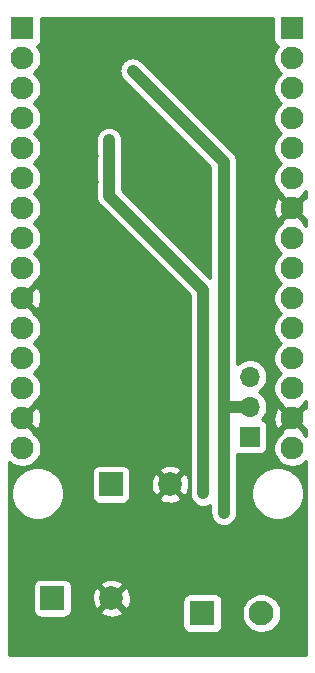
<source format=gbl>
G04 #@! TF.GenerationSoftware,KiCad,Pcbnew,5.1.5+dfsg1-2build2*
G04 #@! TF.CreationDate,2022-12-06T01:13:10+01:00*
G04 #@! TF.ProjectId,MBus_to_radio,4d427573-5f74-46f5-9f72-6164696f2e6b,rev?*
G04 #@! TF.SameCoordinates,Original*
G04 #@! TF.FileFunction,Copper,L2,Bot*
G04 #@! TF.FilePolarity,Positive*
%FSLAX46Y46*%
G04 Gerber Fmt 4.6, Leading zero omitted, Abs format (unit mm)*
G04 Created by KiCad (PCBNEW 5.1.5+dfsg1-2build2) date 2022-12-06 01:13:10*
%MOMM*%
%LPD*%
G04 APERTURE LIST*
%ADD10O,1.700000X1.700000*%
%ADD11R,1.700000X1.700000*%
%ADD12C,2.000000*%
%ADD13R,2.000000X2.000000*%
%ADD14C,2.100000*%
%ADD15R,2.100000X2.100000*%
%ADD16C,1.930000*%
%ADD17R,1.930000X1.930000*%
%ADD18C,0.800000*%
%ADD19C,1.000000*%
%ADD20C,0.254000*%
G04 APERTURE END LIST*
D10*
X117050000Y-91735000D03*
X117050000Y-94275000D03*
D11*
X117050000Y-96815000D03*
D12*
X110295700Y-100850700D03*
D13*
X105295700Y-100850700D03*
D14*
X118030000Y-111760000D03*
D15*
X113030000Y-111760000D03*
D12*
X105330000Y-110490000D03*
D13*
X100330000Y-110490000D03*
D16*
X120650000Y-97790000D03*
X120650000Y-95250000D03*
X120650000Y-92710000D03*
X120650000Y-90170000D03*
X120650000Y-87630000D03*
X120650000Y-85090000D03*
X120650000Y-82550000D03*
X120650000Y-80010000D03*
X120650000Y-77470000D03*
X120650000Y-74930000D03*
X120650000Y-72390000D03*
X120650000Y-69850000D03*
X120650000Y-67310000D03*
X120650000Y-64770000D03*
D17*
X120650000Y-62230000D03*
D16*
X97790000Y-97790000D03*
X97790000Y-95250000D03*
X97790000Y-92710000D03*
X97790000Y-90170000D03*
X97790000Y-87630000D03*
X97790000Y-85090000D03*
X97790000Y-82550000D03*
X97790000Y-80010000D03*
X97790000Y-77470000D03*
X97790000Y-74930000D03*
X97790000Y-72390000D03*
X97790000Y-69850000D03*
X97790000Y-67310000D03*
X97790000Y-64770000D03*
D17*
X97790000Y-62230000D03*
D18*
X106975000Y-71950000D03*
X101968300Y-101625400D03*
X119150000Y-105475000D03*
X106600000Y-73575000D03*
X111226600Y-97891600D03*
X111506000Y-92735400D03*
X111188500Y-96494600D03*
X102489000Y-99898200D03*
X102857300Y-92748100D03*
X101257100Y-92837000D03*
X110566200Y-88074500D03*
X111569500Y-89789000D03*
X112179100Y-79070200D03*
X116400000Y-82275000D03*
X116325000Y-80025000D03*
X116675000Y-78000000D03*
X118550000Y-77975000D03*
X100291900Y-62000000D03*
X103492300Y-62000000D03*
X106641900Y-62000000D03*
X109461300Y-62000000D03*
X112382300Y-62000000D03*
X115379500Y-62000000D03*
X118059200Y-62000000D03*
X108600000Y-82000000D03*
X106875000Y-80475000D03*
X116425000Y-86525000D03*
X117650000Y-88250000D03*
X105400000Y-78750000D03*
X109950000Y-83800000D03*
X109875000Y-85825000D03*
X116275000Y-84250000D03*
X107975000Y-77200000D03*
X106600000Y-75625000D03*
X117600000Y-99025000D03*
X109900000Y-78600000D03*
X110045500Y-73837800D03*
X111275000Y-72150000D03*
X114500000Y-71275000D03*
X118922800Y-73863200D03*
X116700000Y-71400000D03*
X101650800Y-89293700D03*
X101549200Y-87477600D03*
X105918000Y-85509100D03*
X107975000Y-85350000D03*
X103276400Y-85217000D03*
X101688900Y-91325700D03*
X105600500Y-94945200D03*
X107700000Y-105950000D03*
X105740200Y-103606600D03*
X109800000Y-76125000D03*
X108250000Y-71050000D03*
X109600000Y-70325000D03*
X117750000Y-68550000D03*
X114050000Y-67675000D03*
X114275000Y-63950000D03*
X117850000Y-63125000D03*
X115950000Y-68125000D03*
X115975000Y-63550000D03*
X104375000Y-77575000D03*
X103875000Y-75250000D03*
X103850000Y-73075000D03*
X110825000Y-106175000D03*
X118975000Y-91425000D03*
X107137500Y-65837500D03*
X114850000Y-103250000D03*
X105125000Y-71725000D03*
X113100000Y-101625000D03*
D19*
X117050000Y-94275000D02*
X114850000Y-94275000D01*
X114850000Y-103250000D02*
X114850000Y-94275000D01*
X114850000Y-73550000D02*
X107137500Y-65837500D01*
X114850000Y-94275000D02*
X114850000Y-73550000D01*
X113098399Y-96776497D02*
X113098399Y-88951601D01*
X113100000Y-96778098D02*
X113098399Y-96776497D01*
X113098399Y-88951601D02*
X113100000Y-88950000D01*
X113100000Y-88950000D02*
X113100000Y-84375000D01*
X113100000Y-84375000D02*
X105125000Y-76400000D01*
X105125000Y-76400000D02*
X105125000Y-71725000D01*
X105125000Y-71725000D02*
X105125000Y-71725000D01*
X113100000Y-96778098D02*
X113100000Y-101625000D01*
D20*
G36*
X119046928Y-63195000D02*
G01*
X119059188Y-63319482D01*
X119095498Y-63439180D01*
X119154463Y-63549494D01*
X119233815Y-63646185D01*
X119330506Y-63725537D01*
X119399089Y-63762196D01*
X119232098Y-64012116D01*
X119111487Y-64303297D01*
X119050000Y-64612414D01*
X119050000Y-64927586D01*
X119111487Y-65236703D01*
X119232098Y-65527884D01*
X119407199Y-65789941D01*
X119630059Y-66012801D01*
X119670765Y-66040000D01*
X119630059Y-66067199D01*
X119407199Y-66290059D01*
X119232098Y-66552116D01*
X119111487Y-66843297D01*
X119050000Y-67152414D01*
X119050000Y-67467586D01*
X119111487Y-67776703D01*
X119232098Y-68067884D01*
X119407199Y-68329941D01*
X119630059Y-68552801D01*
X119670765Y-68580000D01*
X119630059Y-68607199D01*
X119407199Y-68830059D01*
X119232098Y-69092116D01*
X119111487Y-69383297D01*
X119050000Y-69692414D01*
X119050000Y-70007586D01*
X119111487Y-70316703D01*
X119232098Y-70607884D01*
X119407199Y-70869941D01*
X119630059Y-71092801D01*
X119670765Y-71120000D01*
X119630059Y-71147199D01*
X119407199Y-71370059D01*
X119232098Y-71632116D01*
X119111487Y-71923297D01*
X119050000Y-72232414D01*
X119050000Y-72547586D01*
X119111487Y-72856703D01*
X119232098Y-73147884D01*
X119407199Y-73409941D01*
X119630059Y-73632801D01*
X119670765Y-73660000D01*
X119630059Y-73687199D01*
X119407199Y-73910059D01*
X119232098Y-74172116D01*
X119111487Y-74463297D01*
X119050000Y-74772414D01*
X119050000Y-75087586D01*
X119111487Y-75396703D01*
X119232098Y-75687884D01*
X119407199Y-75949941D01*
X119630059Y-76172801D01*
X119755319Y-76256497D01*
X119719153Y-76359548D01*
X120650000Y-77290395D01*
X121580847Y-76359548D01*
X121544681Y-76256497D01*
X121669941Y-76172801D01*
X121840001Y-76002741D01*
X121840001Y-76567071D01*
X121760452Y-76539153D01*
X120829605Y-77470000D01*
X121760452Y-78400847D01*
X121840001Y-78372929D01*
X121840001Y-78937259D01*
X121669941Y-78767199D01*
X121544681Y-78683503D01*
X121580847Y-78580452D01*
X120650000Y-77649605D01*
X119719153Y-78580452D01*
X119755319Y-78683503D01*
X119630059Y-78767199D01*
X119407199Y-78990059D01*
X119232098Y-79252116D01*
X119111487Y-79543297D01*
X119050000Y-79852414D01*
X119050000Y-80167586D01*
X119111487Y-80476703D01*
X119232098Y-80767884D01*
X119407199Y-81029941D01*
X119630059Y-81252801D01*
X119670765Y-81280000D01*
X119630059Y-81307199D01*
X119407199Y-81530059D01*
X119232098Y-81792116D01*
X119111487Y-82083297D01*
X119050000Y-82392414D01*
X119050000Y-82707586D01*
X119111487Y-83016703D01*
X119232098Y-83307884D01*
X119407199Y-83569941D01*
X119630059Y-83792801D01*
X119670765Y-83820000D01*
X119630059Y-83847199D01*
X119407199Y-84070059D01*
X119232098Y-84332116D01*
X119111487Y-84623297D01*
X119050000Y-84932414D01*
X119050000Y-85247586D01*
X119111487Y-85556703D01*
X119232098Y-85847884D01*
X119407199Y-86109941D01*
X119630059Y-86332801D01*
X119670765Y-86360000D01*
X119630059Y-86387199D01*
X119407199Y-86610059D01*
X119232098Y-86872116D01*
X119111487Y-87163297D01*
X119050000Y-87472414D01*
X119050000Y-87787586D01*
X119111487Y-88096703D01*
X119232098Y-88387884D01*
X119407199Y-88649941D01*
X119630059Y-88872801D01*
X119670765Y-88900000D01*
X119630059Y-88927199D01*
X119407199Y-89150059D01*
X119232098Y-89412116D01*
X119111487Y-89703297D01*
X119050000Y-90012414D01*
X119050000Y-90327586D01*
X119111487Y-90636703D01*
X119232098Y-90927884D01*
X119407199Y-91189941D01*
X119630059Y-91412801D01*
X119670765Y-91440000D01*
X119630059Y-91467199D01*
X119407199Y-91690059D01*
X119232098Y-91952116D01*
X119111487Y-92243297D01*
X119050000Y-92552414D01*
X119050000Y-92867586D01*
X119111487Y-93176703D01*
X119232098Y-93467884D01*
X119407199Y-93729941D01*
X119630059Y-93952801D01*
X119755319Y-94036497D01*
X119719153Y-94139548D01*
X120650000Y-95070395D01*
X121580847Y-94139548D01*
X121544681Y-94036497D01*
X121669941Y-93952801D01*
X121840000Y-93782742D01*
X121840000Y-94347071D01*
X121760452Y-94319153D01*
X120829605Y-95250000D01*
X121760452Y-96180847D01*
X121840000Y-96152929D01*
X121840000Y-96717258D01*
X121669941Y-96547199D01*
X121544681Y-96463503D01*
X121580847Y-96360452D01*
X120650000Y-95429605D01*
X119719153Y-96360452D01*
X119755319Y-96463503D01*
X119630059Y-96547199D01*
X119407199Y-96770059D01*
X119232098Y-97032116D01*
X119111487Y-97323297D01*
X119050000Y-97632414D01*
X119050000Y-97947586D01*
X119111487Y-98256703D01*
X119232098Y-98547884D01*
X119407199Y-98809941D01*
X119630059Y-99032801D01*
X119892116Y-99207902D01*
X120183297Y-99328513D01*
X120492414Y-99390000D01*
X120807586Y-99390000D01*
X121116703Y-99328513D01*
X121407884Y-99207902D01*
X121669941Y-99032801D01*
X121840000Y-98862742D01*
X121840000Y-115340000D01*
X96660000Y-115340000D01*
X96660000Y-109490000D01*
X98691928Y-109490000D01*
X98691928Y-111490000D01*
X98704188Y-111614482D01*
X98740498Y-111734180D01*
X98799463Y-111844494D01*
X98878815Y-111941185D01*
X98975506Y-112020537D01*
X99085820Y-112079502D01*
X99205518Y-112115812D01*
X99330000Y-112128072D01*
X101330000Y-112128072D01*
X101454482Y-112115812D01*
X101574180Y-112079502D01*
X101684494Y-112020537D01*
X101781185Y-111941185D01*
X101860537Y-111844494D01*
X101919502Y-111734180D01*
X101952496Y-111625413D01*
X104374192Y-111625413D01*
X104469956Y-111889814D01*
X104759571Y-112030704D01*
X105071108Y-112112384D01*
X105392595Y-112131718D01*
X105711675Y-112087961D01*
X106016088Y-111982795D01*
X106190044Y-111889814D01*
X106285808Y-111625413D01*
X105330000Y-110669605D01*
X104374192Y-111625413D01*
X101952496Y-111625413D01*
X101955812Y-111614482D01*
X101968072Y-111490000D01*
X101968072Y-110552595D01*
X103688282Y-110552595D01*
X103732039Y-110871675D01*
X103837205Y-111176088D01*
X103930186Y-111350044D01*
X104194587Y-111445808D01*
X105150395Y-110490000D01*
X105509605Y-110490000D01*
X106465413Y-111445808D01*
X106729814Y-111350044D01*
X106870704Y-111060429D01*
X106952384Y-110748892D01*
X106954722Y-110710000D01*
X111341928Y-110710000D01*
X111341928Y-112810000D01*
X111354188Y-112934482D01*
X111390498Y-113054180D01*
X111449463Y-113164494D01*
X111528815Y-113261185D01*
X111625506Y-113340537D01*
X111735820Y-113399502D01*
X111855518Y-113435812D01*
X111980000Y-113448072D01*
X114080000Y-113448072D01*
X114204482Y-113435812D01*
X114324180Y-113399502D01*
X114434494Y-113340537D01*
X114531185Y-113261185D01*
X114610537Y-113164494D01*
X114669502Y-113054180D01*
X114705812Y-112934482D01*
X114718072Y-112810000D01*
X114718072Y-111594042D01*
X116345000Y-111594042D01*
X116345000Y-111925958D01*
X116409754Y-112251496D01*
X116536772Y-112558147D01*
X116721175Y-112834125D01*
X116955875Y-113068825D01*
X117231853Y-113253228D01*
X117538504Y-113380246D01*
X117864042Y-113445000D01*
X118195958Y-113445000D01*
X118521496Y-113380246D01*
X118828147Y-113253228D01*
X119104125Y-113068825D01*
X119338825Y-112834125D01*
X119523228Y-112558147D01*
X119650246Y-112251496D01*
X119715000Y-111925958D01*
X119715000Y-111594042D01*
X119650246Y-111268504D01*
X119523228Y-110961853D01*
X119338825Y-110685875D01*
X119104125Y-110451175D01*
X118828147Y-110266772D01*
X118521496Y-110139754D01*
X118195958Y-110075000D01*
X117864042Y-110075000D01*
X117538504Y-110139754D01*
X117231853Y-110266772D01*
X116955875Y-110451175D01*
X116721175Y-110685875D01*
X116536772Y-110961853D01*
X116409754Y-111268504D01*
X116345000Y-111594042D01*
X114718072Y-111594042D01*
X114718072Y-110710000D01*
X114705812Y-110585518D01*
X114669502Y-110465820D01*
X114610537Y-110355506D01*
X114531185Y-110258815D01*
X114434494Y-110179463D01*
X114324180Y-110120498D01*
X114204482Y-110084188D01*
X114080000Y-110071928D01*
X111980000Y-110071928D01*
X111855518Y-110084188D01*
X111735820Y-110120498D01*
X111625506Y-110179463D01*
X111528815Y-110258815D01*
X111449463Y-110355506D01*
X111390498Y-110465820D01*
X111354188Y-110585518D01*
X111341928Y-110710000D01*
X106954722Y-110710000D01*
X106971718Y-110427405D01*
X106927961Y-110108325D01*
X106822795Y-109803912D01*
X106729814Y-109629956D01*
X106465413Y-109534192D01*
X105509605Y-110490000D01*
X105150395Y-110490000D01*
X104194587Y-109534192D01*
X103930186Y-109629956D01*
X103789296Y-109919571D01*
X103707616Y-110231108D01*
X103688282Y-110552595D01*
X101968072Y-110552595D01*
X101968072Y-109490000D01*
X101955812Y-109365518D01*
X101952497Y-109354587D01*
X104374192Y-109354587D01*
X105330000Y-110310395D01*
X106285808Y-109354587D01*
X106190044Y-109090186D01*
X105900429Y-108949296D01*
X105588892Y-108867616D01*
X105267405Y-108848282D01*
X104948325Y-108892039D01*
X104643912Y-108997205D01*
X104469956Y-109090186D01*
X104374192Y-109354587D01*
X101952497Y-109354587D01*
X101919502Y-109245820D01*
X101860537Y-109135506D01*
X101781185Y-109038815D01*
X101684494Y-108959463D01*
X101574180Y-108900498D01*
X101454482Y-108864188D01*
X101330000Y-108851928D01*
X99330000Y-108851928D01*
X99205518Y-108864188D01*
X99085820Y-108900498D01*
X98975506Y-108959463D01*
X98878815Y-109038815D01*
X98799463Y-109135506D01*
X98740498Y-109245820D01*
X98704188Y-109365518D01*
X98691928Y-109490000D01*
X96660000Y-109490000D01*
X96660000Y-101379872D01*
X96825000Y-101379872D01*
X96825000Y-101820128D01*
X96910890Y-102251925D01*
X97079369Y-102658669D01*
X97323962Y-103024729D01*
X97635271Y-103336038D01*
X98001331Y-103580631D01*
X98408075Y-103749110D01*
X98839872Y-103835000D01*
X99280128Y-103835000D01*
X99711925Y-103749110D01*
X100118669Y-103580631D01*
X100484729Y-103336038D01*
X100796038Y-103024729D01*
X101040631Y-102658669D01*
X101209110Y-102251925D01*
X101295000Y-101820128D01*
X101295000Y-101379872D01*
X101209110Y-100948075D01*
X101040631Y-100541331D01*
X100796038Y-100175271D01*
X100484729Y-99863962D01*
X100464881Y-99850700D01*
X103657628Y-99850700D01*
X103657628Y-101850700D01*
X103669888Y-101975182D01*
X103706198Y-102094880D01*
X103765163Y-102205194D01*
X103844515Y-102301885D01*
X103941206Y-102381237D01*
X104051520Y-102440202D01*
X104171218Y-102476512D01*
X104295700Y-102488772D01*
X106295700Y-102488772D01*
X106420182Y-102476512D01*
X106539880Y-102440202D01*
X106650194Y-102381237D01*
X106746885Y-102301885D01*
X106826237Y-102205194D01*
X106885202Y-102094880D01*
X106918196Y-101986113D01*
X109339892Y-101986113D01*
X109435656Y-102250514D01*
X109725271Y-102391404D01*
X110036808Y-102473084D01*
X110358295Y-102492418D01*
X110677375Y-102448661D01*
X110981788Y-102343495D01*
X111155744Y-102250514D01*
X111251508Y-101986113D01*
X110295700Y-101030305D01*
X109339892Y-101986113D01*
X106918196Y-101986113D01*
X106921512Y-101975182D01*
X106933772Y-101850700D01*
X106933772Y-100913295D01*
X108653982Y-100913295D01*
X108697739Y-101232375D01*
X108802905Y-101536788D01*
X108895886Y-101710744D01*
X109160287Y-101806508D01*
X110116095Y-100850700D01*
X110475305Y-100850700D01*
X111431113Y-101806508D01*
X111695514Y-101710744D01*
X111836404Y-101421129D01*
X111918084Y-101109592D01*
X111937418Y-100788105D01*
X111893661Y-100469025D01*
X111788495Y-100164612D01*
X111695514Y-99990656D01*
X111431113Y-99894892D01*
X110475305Y-100850700D01*
X110116095Y-100850700D01*
X109160287Y-99894892D01*
X108895886Y-99990656D01*
X108754996Y-100280271D01*
X108673316Y-100591808D01*
X108653982Y-100913295D01*
X106933772Y-100913295D01*
X106933772Y-99850700D01*
X106921512Y-99726218D01*
X106918197Y-99715287D01*
X109339892Y-99715287D01*
X110295700Y-100671095D01*
X111251508Y-99715287D01*
X111155744Y-99450886D01*
X110866129Y-99309996D01*
X110554592Y-99228316D01*
X110233105Y-99208982D01*
X109914025Y-99252739D01*
X109609612Y-99357905D01*
X109435656Y-99450886D01*
X109339892Y-99715287D01*
X106918197Y-99715287D01*
X106885202Y-99606520D01*
X106826237Y-99496206D01*
X106746885Y-99399515D01*
X106650194Y-99320163D01*
X106539880Y-99261198D01*
X106420182Y-99224888D01*
X106295700Y-99212628D01*
X104295700Y-99212628D01*
X104171218Y-99224888D01*
X104051520Y-99261198D01*
X103941206Y-99320163D01*
X103844515Y-99399515D01*
X103765163Y-99496206D01*
X103706198Y-99606520D01*
X103669888Y-99726218D01*
X103657628Y-99850700D01*
X100464881Y-99850700D01*
X100118669Y-99619369D01*
X99711925Y-99450890D01*
X99280128Y-99365000D01*
X98839872Y-99365000D01*
X98408075Y-99450890D01*
X98001331Y-99619369D01*
X97635271Y-99863962D01*
X97323962Y-100175271D01*
X97079369Y-100541331D01*
X96910890Y-100948075D01*
X96825000Y-101379872D01*
X96660000Y-101379872D01*
X96660000Y-98922742D01*
X96770059Y-99032801D01*
X97032116Y-99207902D01*
X97323297Y-99328513D01*
X97632414Y-99390000D01*
X97947586Y-99390000D01*
X98256703Y-99328513D01*
X98547884Y-99207902D01*
X98809941Y-99032801D01*
X99032801Y-98809941D01*
X99207902Y-98547884D01*
X99328513Y-98256703D01*
X99390000Y-97947586D01*
X99390000Y-97632414D01*
X99328513Y-97323297D01*
X99207902Y-97032116D01*
X99032801Y-96770059D01*
X98809941Y-96547199D01*
X98684681Y-96463503D01*
X98720847Y-96360452D01*
X97790000Y-95429605D01*
X97775858Y-95443748D01*
X97596253Y-95264143D01*
X97610395Y-95250000D01*
X97969605Y-95250000D01*
X98900452Y-96180847D01*
X99161275Y-96089309D01*
X99298668Y-95805659D01*
X99378083Y-95500656D01*
X99396470Y-95186020D01*
X99353120Y-94873843D01*
X99249700Y-94576121D01*
X99161275Y-94410691D01*
X98900452Y-94319153D01*
X97969605Y-95250000D01*
X97610395Y-95250000D01*
X97596253Y-95235858D01*
X97775858Y-95056253D01*
X97790000Y-95070395D01*
X98720847Y-94139548D01*
X98684681Y-94036497D01*
X98809941Y-93952801D01*
X99032801Y-93729941D01*
X99207902Y-93467884D01*
X99328513Y-93176703D01*
X99390000Y-92867586D01*
X99390000Y-92552414D01*
X99328513Y-92243297D01*
X99207902Y-91952116D01*
X99032801Y-91690059D01*
X98809941Y-91467199D01*
X98769235Y-91440000D01*
X98809941Y-91412801D01*
X99032801Y-91189941D01*
X99207902Y-90927884D01*
X99328513Y-90636703D01*
X99390000Y-90327586D01*
X99390000Y-90012414D01*
X99328513Y-89703297D01*
X99207902Y-89412116D01*
X99032801Y-89150059D01*
X98809941Y-88927199D01*
X98769235Y-88900000D01*
X98809941Y-88872801D01*
X99032801Y-88649941D01*
X99207902Y-88387884D01*
X99328513Y-88096703D01*
X99390000Y-87787586D01*
X99390000Y-87472414D01*
X99328513Y-87163297D01*
X99207902Y-86872116D01*
X99032801Y-86610059D01*
X98809941Y-86387199D01*
X98684681Y-86303503D01*
X98720847Y-86200452D01*
X97790000Y-85269605D01*
X97775858Y-85283748D01*
X97596253Y-85104143D01*
X97610395Y-85090000D01*
X97969605Y-85090000D01*
X98900452Y-86020847D01*
X99161275Y-85929309D01*
X99298668Y-85645659D01*
X99378083Y-85340656D01*
X99396470Y-85026020D01*
X99353120Y-84713843D01*
X99249700Y-84416121D01*
X99161275Y-84250691D01*
X98900452Y-84159153D01*
X97969605Y-85090000D01*
X97610395Y-85090000D01*
X97596253Y-85075858D01*
X97775858Y-84896253D01*
X97790000Y-84910395D01*
X98720847Y-83979548D01*
X98684681Y-83876497D01*
X98809941Y-83792801D01*
X99032801Y-83569941D01*
X99207902Y-83307884D01*
X99328513Y-83016703D01*
X99390000Y-82707586D01*
X99390000Y-82392414D01*
X99328513Y-82083297D01*
X99207902Y-81792116D01*
X99032801Y-81530059D01*
X98809941Y-81307199D01*
X98769235Y-81280000D01*
X98809941Y-81252801D01*
X99032801Y-81029941D01*
X99207902Y-80767884D01*
X99328513Y-80476703D01*
X99390000Y-80167586D01*
X99390000Y-79852414D01*
X99328513Y-79543297D01*
X99207902Y-79252116D01*
X99032801Y-78990059D01*
X98809941Y-78767199D01*
X98769235Y-78740000D01*
X98809941Y-78712801D01*
X99032801Y-78489941D01*
X99207902Y-78227884D01*
X99328513Y-77936703D01*
X99390000Y-77627586D01*
X99390000Y-77312414D01*
X99328513Y-77003297D01*
X99207902Y-76712116D01*
X99032801Y-76450059D01*
X98809941Y-76227199D01*
X98769235Y-76200000D01*
X98809941Y-76172801D01*
X99032801Y-75949941D01*
X99207902Y-75687884D01*
X99328513Y-75396703D01*
X99390000Y-75087586D01*
X99390000Y-74772414D01*
X99328513Y-74463297D01*
X99207902Y-74172116D01*
X99032801Y-73910059D01*
X98809941Y-73687199D01*
X98769235Y-73660000D01*
X98809941Y-73632801D01*
X99032801Y-73409941D01*
X99207902Y-73147884D01*
X99328513Y-72856703D01*
X99390000Y-72547586D01*
X99390000Y-72232414D01*
X99328513Y-71923297D01*
X99246376Y-71725000D01*
X103984509Y-71725000D01*
X103990001Y-71780762D01*
X103990000Y-76344248D01*
X103984509Y-76400000D01*
X103990000Y-76455751D01*
X104006423Y-76622498D01*
X104071324Y-76836446D01*
X104176716Y-77033623D01*
X104318551Y-77206449D01*
X104361865Y-77241996D01*
X111965001Y-84845133D01*
X111965000Y-88879594D01*
X111957908Y-88951601D01*
X111963400Y-89007362D01*
X111963399Y-96720745D01*
X111957908Y-96776497D01*
X111963399Y-96832248D01*
X111965000Y-96848504D01*
X111965001Y-101680752D01*
X111981424Y-101847499D01*
X112046325Y-102061447D01*
X112151717Y-102258623D01*
X112293552Y-102431449D01*
X112466378Y-102573284D01*
X112663554Y-102678676D01*
X112877502Y-102743577D01*
X113100000Y-102765491D01*
X113322499Y-102743577D01*
X113536447Y-102678676D01*
X113715000Y-102583238D01*
X113715000Y-103305751D01*
X113731423Y-103472498D01*
X113796324Y-103686446D01*
X113901716Y-103883623D01*
X114043551Y-104056449D01*
X114216377Y-104198284D01*
X114413553Y-104303676D01*
X114627501Y-104368577D01*
X114850000Y-104390491D01*
X115072498Y-104368577D01*
X115286446Y-104303676D01*
X115483623Y-104198284D01*
X115656449Y-104056449D01*
X115798284Y-103883623D01*
X115903676Y-103686447D01*
X115968577Y-103472499D01*
X115985000Y-103305752D01*
X115985000Y-101379872D01*
X117145000Y-101379872D01*
X117145000Y-101820128D01*
X117230890Y-102251925D01*
X117399369Y-102658669D01*
X117643962Y-103024729D01*
X117955271Y-103336038D01*
X118321331Y-103580631D01*
X118728075Y-103749110D01*
X119159872Y-103835000D01*
X119600128Y-103835000D01*
X120031925Y-103749110D01*
X120438669Y-103580631D01*
X120804729Y-103336038D01*
X121116038Y-103024729D01*
X121360631Y-102658669D01*
X121529110Y-102251925D01*
X121615000Y-101820128D01*
X121615000Y-101379872D01*
X121529110Y-100948075D01*
X121360631Y-100541331D01*
X121116038Y-100175271D01*
X120804729Y-99863962D01*
X120438669Y-99619369D01*
X120031925Y-99450890D01*
X119600128Y-99365000D01*
X119159872Y-99365000D01*
X118728075Y-99450890D01*
X118321331Y-99619369D01*
X117955271Y-99863962D01*
X117643962Y-100175271D01*
X117399369Y-100541331D01*
X117230890Y-100948075D01*
X117145000Y-101379872D01*
X115985000Y-101379872D01*
X115985000Y-98263354D01*
X116075518Y-98290812D01*
X116200000Y-98303072D01*
X117900000Y-98303072D01*
X118024482Y-98290812D01*
X118144180Y-98254502D01*
X118254494Y-98195537D01*
X118351185Y-98116185D01*
X118430537Y-98019494D01*
X118489502Y-97909180D01*
X118525812Y-97789482D01*
X118538072Y-97665000D01*
X118538072Y-95965000D01*
X118525812Y-95840518D01*
X118489502Y-95720820D01*
X118430537Y-95610506D01*
X118351185Y-95513815D01*
X118254494Y-95434463D01*
X118144180Y-95375498D01*
X118071620Y-95353487D01*
X118111127Y-95313980D01*
X119043530Y-95313980D01*
X119086880Y-95626157D01*
X119190300Y-95923879D01*
X119278725Y-96089309D01*
X119539548Y-96180847D01*
X120470395Y-95250000D01*
X119539548Y-94319153D01*
X119278725Y-94410691D01*
X119141332Y-94694341D01*
X119061917Y-94999344D01*
X119043530Y-95313980D01*
X118111127Y-95313980D01*
X118203475Y-95221632D01*
X118365990Y-94978411D01*
X118477932Y-94708158D01*
X118535000Y-94421260D01*
X118535000Y-94128740D01*
X118477932Y-93841842D01*
X118365990Y-93571589D01*
X118203475Y-93328368D01*
X117996632Y-93121525D01*
X117822240Y-93005000D01*
X117996632Y-92888475D01*
X118203475Y-92681632D01*
X118365990Y-92438411D01*
X118477932Y-92168158D01*
X118535000Y-91881260D01*
X118535000Y-91588740D01*
X118477932Y-91301842D01*
X118365990Y-91031589D01*
X118203475Y-90788368D01*
X117996632Y-90581525D01*
X117753411Y-90419010D01*
X117483158Y-90307068D01*
X117196260Y-90250000D01*
X116903740Y-90250000D01*
X116616842Y-90307068D01*
X116346589Y-90419010D01*
X116103368Y-90581525D01*
X115985000Y-90699893D01*
X115985000Y-77533980D01*
X119043530Y-77533980D01*
X119086880Y-77846157D01*
X119190300Y-78143879D01*
X119278725Y-78309309D01*
X119539548Y-78400847D01*
X120470395Y-77470000D01*
X119539548Y-76539153D01*
X119278725Y-76630691D01*
X119141332Y-76914341D01*
X119061917Y-77219344D01*
X119043530Y-77533980D01*
X115985000Y-77533980D01*
X115985000Y-73605751D01*
X115990491Y-73549999D01*
X115968577Y-73327501D01*
X115903676Y-73113553D01*
X115798284Y-72916377D01*
X115656449Y-72743551D01*
X115613141Y-72708009D01*
X107900643Y-64995512D01*
X107771122Y-64889217D01*
X107573946Y-64783824D01*
X107359998Y-64718923D01*
X107137500Y-64697009D01*
X106915002Y-64718923D01*
X106701054Y-64783824D01*
X106503878Y-64889217D01*
X106331052Y-65031052D01*
X106189217Y-65203878D01*
X106083824Y-65401054D01*
X106018923Y-65615002D01*
X105997009Y-65837500D01*
X106018923Y-66059998D01*
X106083824Y-66273946D01*
X106189217Y-66471122D01*
X106295512Y-66600643D01*
X113715001Y-74020133D01*
X113715001Y-83384869D01*
X106260000Y-75929869D01*
X106260000Y-71780752D01*
X106265491Y-71725000D01*
X106243577Y-71502501D01*
X106178676Y-71288553D01*
X106073284Y-71091377D01*
X105931449Y-70918551D01*
X105758623Y-70776716D01*
X105561447Y-70671324D01*
X105347499Y-70606423D01*
X105180752Y-70590000D01*
X105125000Y-70584509D01*
X105069249Y-70590000D01*
X105069248Y-70590000D01*
X104902501Y-70606423D01*
X104688553Y-70671324D01*
X104491377Y-70776716D01*
X104318551Y-70918551D01*
X104176716Y-71091377D01*
X104071324Y-71288553D01*
X104006423Y-71502501D01*
X103984509Y-71725000D01*
X99246376Y-71725000D01*
X99207902Y-71632116D01*
X99032801Y-71370059D01*
X98809941Y-71147199D01*
X98769235Y-71120000D01*
X98809941Y-71092801D01*
X99032801Y-70869941D01*
X99207902Y-70607884D01*
X99328513Y-70316703D01*
X99390000Y-70007586D01*
X99390000Y-69692414D01*
X99328513Y-69383297D01*
X99207902Y-69092116D01*
X99032801Y-68830059D01*
X98809941Y-68607199D01*
X98769235Y-68580000D01*
X98809941Y-68552801D01*
X99032801Y-68329941D01*
X99207902Y-68067884D01*
X99328513Y-67776703D01*
X99390000Y-67467586D01*
X99390000Y-67152414D01*
X99328513Y-66843297D01*
X99207902Y-66552116D01*
X99032801Y-66290059D01*
X98809941Y-66067199D01*
X98769235Y-66040000D01*
X98809941Y-66012801D01*
X99032801Y-65789941D01*
X99207902Y-65527884D01*
X99328513Y-65236703D01*
X99390000Y-64927586D01*
X99390000Y-64612414D01*
X99328513Y-64303297D01*
X99207902Y-64012116D01*
X99040911Y-63762196D01*
X99109494Y-63725537D01*
X99206185Y-63646185D01*
X99285537Y-63549494D01*
X99344502Y-63439180D01*
X99380812Y-63319482D01*
X99393072Y-63195000D01*
X99393072Y-61328300D01*
X119046928Y-61328300D01*
X119046928Y-63195000D01*
G37*
X119046928Y-63195000D02*
X119059188Y-63319482D01*
X119095498Y-63439180D01*
X119154463Y-63549494D01*
X119233815Y-63646185D01*
X119330506Y-63725537D01*
X119399089Y-63762196D01*
X119232098Y-64012116D01*
X119111487Y-64303297D01*
X119050000Y-64612414D01*
X119050000Y-64927586D01*
X119111487Y-65236703D01*
X119232098Y-65527884D01*
X119407199Y-65789941D01*
X119630059Y-66012801D01*
X119670765Y-66040000D01*
X119630059Y-66067199D01*
X119407199Y-66290059D01*
X119232098Y-66552116D01*
X119111487Y-66843297D01*
X119050000Y-67152414D01*
X119050000Y-67467586D01*
X119111487Y-67776703D01*
X119232098Y-68067884D01*
X119407199Y-68329941D01*
X119630059Y-68552801D01*
X119670765Y-68580000D01*
X119630059Y-68607199D01*
X119407199Y-68830059D01*
X119232098Y-69092116D01*
X119111487Y-69383297D01*
X119050000Y-69692414D01*
X119050000Y-70007586D01*
X119111487Y-70316703D01*
X119232098Y-70607884D01*
X119407199Y-70869941D01*
X119630059Y-71092801D01*
X119670765Y-71120000D01*
X119630059Y-71147199D01*
X119407199Y-71370059D01*
X119232098Y-71632116D01*
X119111487Y-71923297D01*
X119050000Y-72232414D01*
X119050000Y-72547586D01*
X119111487Y-72856703D01*
X119232098Y-73147884D01*
X119407199Y-73409941D01*
X119630059Y-73632801D01*
X119670765Y-73660000D01*
X119630059Y-73687199D01*
X119407199Y-73910059D01*
X119232098Y-74172116D01*
X119111487Y-74463297D01*
X119050000Y-74772414D01*
X119050000Y-75087586D01*
X119111487Y-75396703D01*
X119232098Y-75687884D01*
X119407199Y-75949941D01*
X119630059Y-76172801D01*
X119755319Y-76256497D01*
X119719153Y-76359548D01*
X120650000Y-77290395D01*
X121580847Y-76359548D01*
X121544681Y-76256497D01*
X121669941Y-76172801D01*
X121840001Y-76002741D01*
X121840001Y-76567071D01*
X121760452Y-76539153D01*
X120829605Y-77470000D01*
X121760452Y-78400847D01*
X121840001Y-78372929D01*
X121840001Y-78937259D01*
X121669941Y-78767199D01*
X121544681Y-78683503D01*
X121580847Y-78580452D01*
X120650000Y-77649605D01*
X119719153Y-78580452D01*
X119755319Y-78683503D01*
X119630059Y-78767199D01*
X119407199Y-78990059D01*
X119232098Y-79252116D01*
X119111487Y-79543297D01*
X119050000Y-79852414D01*
X119050000Y-80167586D01*
X119111487Y-80476703D01*
X119232098Y-80767884D01*
X119407199Y-81029941D01*
X119630059Y-81252801D01*
X119670765Y-81280000D01*
X119630059Y-81307199D01*
X119407199Y-81530059D01*
X119232098Y-81792116D01*
X119111487Y-82083297D01*
X119050000Y-82392414D01*
X119050000Y-82707586D01*
X119111487Y-83016703D01*
X119232098Y-83307884D01*
X119407199Y-83569941D01*
X119630059Y-83792801D01*
X119670765Y-83820000D01*
X119630059Y-83847199D01*
X119407199Y-84070059D01*
X119232098Y-84332116D01*
X119111487Y-84623297D01*
X119050000Y-84932414D01*
X119050000Y-85247586D01*
X119111487Y-85556703D01*
X119232098Y-85847884D01*
X119407199Y-86109941D01*
X119630059Y-86332801D01*
X119670765Y-86360000D01*
X119630059Y-86387199D01*
X119407199Y-86610059D01*
X119232098Y-86872116D01*
X119111487Y-87163297D01*
X119050000Y-87472414D01*
X119050000Y-87787586D01*
X119111487Y-88096703D01*
X119232098Y-88387884D01*
X119407199Y-88649941D01*
X119630059Y-88872801D01*
X119670765Y-88900000D01*
X119630059Y-88927199D01*
X119407199Y-89150059D01*
X119232098Y-89412116D01*
X119111487Y-89703297D01*
X119050000Y-90012414D01*
X119050000Y-90327586D01*
X119111487Y-90636703D01*
X119232098Y-90927884D01*
X119407199Y-91189941D01*
X119630059Y-91412801D01*
X119670765Y-91440000D01*
X119630059Y-91467199D01*
X119407199Y-91690059D01*
X119232098Y-91952116D01*
X119111487Y-92243297D01*
X119050000Y-92552414D01*
X119050000Y-92867586D01*
X119111487Y-93176703D01*
X119232098Y-93467884D01*
X119407199Y-93729941D01*
X119630059Y-93952801D01*
X119755319Y-94036497D01*
X119719153Y-94139548D01*
X120650000Y-95070395D01*
X121580847Y-94139548D01*
X121544681Y-94036497D01*
X121669941Y-93952801D01*
X121840000Y-93782742D01*
X121840000Y-94347071D01*
X121760452Y-94319153D01*
X120829605Y-95250000D01*
X121760452Y-96180847D01*
X121840000Y-96152929D01*
X121840000Y-96717258D01*
X121669941Y-96547199D01*
X121544681Y-96463503D01*
X121580847Y-96360452D01*
X120650000Y-95429605D01*
X119719153Y-96360452D01*
X119755319Y-96463503D01*
X119630059Y-96547199D01*
X119407199Y-96770059D01*
X119232098Y-97032116D01*
X119111487Y-97323297D01*
X119050000Y-97632414D01*
X119050000Y-97947586D01*
X119111487Y-98256703D01*
X119232098Y-98547884D01*
X119407199Y-98809941D01*
X119630059Y-99032801D01*
X119892116Y-99207902D01*
X120183297Y-99328513D01*
X120492414Y-99390000D01*
X120807586Y-99390000D01*
X121116703Y-99328513D01*
X121407884Y-99207902D01*
X121669941Y-99032801D01*
X121840000Y-98862742D01*
X121840000Y-115340000D01*
X96660000Y-115340000D01*
X96660000Y-109490000D01*
X98691928Y-109490000D01*
X98691928Y-111490000D01*
X98704188Y-111614482D01*
X98740498Y-111734180D01*
X98799463Y-111844494D01*
X98878815Y-111941185D01*
X98975506Y-112020537D01*
X99085820Y-112079502D01*
X99205518Y-112115812D01*
X99330000Y-112128072D01*
X101330000Y-112128072D01*
X101454482Y-112115812D01*
X101574180Y-112079502D01*
X101684494Y-112020537D01*
X101781185Y-111941185D01*
X101860537Y-111844494D01*
X101919502Y-111734180D01*
X101952496Y-111625413D01*
X104374192Y-111625413D01*
X104469956Y-111889814D01*
X104759571Y-112030704D01*
X105071108Y-112112384D01*
X105392595Y-112131718D01*
X105711675Y-112087961D01*
X106016088Y-111982795D01*
X106190044Y-111889814D01*
X106285808Y-111625413D01*
X105330000Y-110669605D01*
X104374192Y-111625413D01*
X101952496Y-111625413D01*
X101955812Y-111614482D01*
X101968072Y-111490000D01*
X101968072Y-110552595D01*
X103688282Y-110552595D01*
X103732039Y-110871675D01*
X103837205Y-111176088D01*
X103930186Y-111350044D01*
X104194587Y-111445808D01*
X105150395Y-110490000D01*
X105509605Y-110490000D01*
X106465413Y-111445808D01*
X106729814Y-111350044D01*
X106870704Y-111060429D01*
X106952384Y-110748892D01*
X106954722Y-110710000D01*
X111341928Y-110710000D01*
X111341928Y-112810000D01*
X111354188Y-112934482D01*
X111390498Y-113054180D01*
X111449463Y-113164494D01*
X111528815Y-113261185D01*
X111625506Y-113340537D01*
X111735820Y-113399502D01*
X111855518Y-113435812D01*
X111980000Y-113448072D01*
X114080000Y-113448072D01*
X114204482Y-113435812D01*
X114324180Y-113399502D01*
X114434494Y-113340537D01*
X114531185Y-113261185D01*
X114610537Y-113164494D01*
X114669502Y-113054180D01*
X114705812Y-112934482D01*
X114718072Y-112810000D01*
X114718072Y-111594042D01*
X116345000Y-111594042D01*
X116345000Y-111925958D01*
X116409754Y-112251496D01*
X116536772Y-112558147D01*
X116721175Y-112834125D01*
X116955875Y-113068825D01*
X117231853Y-113253228D01*
X117538504Y-113380246D01*
X117864042Y-113445000D01*
X118195958Y-113445000D01*
X118521496Y-113380246D01*
X118828147Y-113253228D01*
X119104125Y-113068825D01*
X119338825Y-112834125D01*
X119523228Y-112558147D01*
X119650246Y-112251496D01*
X119715000Y-111925958D01*
X119715000Y-111594042D01*
X119650246Y-111268504D01*
X119523228Y-110961853D01*
X119338825Y-110685875D01*
X119104125Y-110451175D01*
X118828147Y-110266772D01*
X118521496Y-110139754D01*
X118195958Y-110075000D01*
X117864042Y-110075000D01*
X117538504Y-110139754D01*
X117231853Y-110266772D01*
X116955875Y-110451175D01*
X116721175Y-110685875D01*
X116536772Y-110961853D01*
X116409754Y-111268504D01*
X116345000Y-111594042D01*
X114718072Y-111594042D01*
X114718072Y-110710000D01*
X114705812Y-110585518D01*
X114669502Y-110465820D01*
X114610537Y-110355506D01*
X114531185Y-110258815D01*
X114434494Y-110179463D01*
X114324180Y-110120498D01*
X114204482Y-110084188D01*
X114080000Y-110071928D01*
X111980000Y-110071928D01*
X111855518Y-110084188D01*
X111735820Y-110120498D01*
X111625506Y-110179463D01*
X111528815Y-110258815D01*
X111449463Y-110355506D01*
X111390498Y-110465820D01*
X111354188Y-110585518D01*
X111341928Y-110710000D01*
X106954722Y-110710000D01*
X106971718Y-110427405D01*
X106927961Y-110108325D01*
X106822795Y-109803912D01*
X106729814Y-109629956D01*
X106465413Y-109534192D01*
X105509605Y-110490000D01*
X105150395Y-110490000D01*
X104194587Y-109534192D01*
X103930186Y-109629956D01*
X103789296Y-109919571D01*
X103707616Y-110231108D01*
X103688282Y-110552595D01*
X101968072Y-110552595D01*
X101968072Y-109490000D01*
X101955812Y-109365518D01*
X101952497Y-109354587D01*
X104374192Y-109354587D01*
X105330000Y-110310395D01*
X106285808Y-109354587D01*
X106190044Y-109090186D01*
X105900429Y-108949296D01*
X105588892Y-108867616D01*
X105267405Y-108848282D01*
X104948325Y-108892039D01*
X104643912Y-108997205D01*
X104469956Y-109090186D01*
X104374192Y-109354587D01*
X101952497Y-109354587D01*
X101919502Y-109245820D01*
X101860537Y-109135506D01*
X101781185Y-109038815D01*
X101684494Y-108959463D01*
X101574180Y-108900498D01*
X101454482Y-108864188D01*
X101330000Y-108851928D01*
X99330000Y-108851928D01*
X99205518Y-108864188D01*
X99085820Y-108900498D01*
X98975506Y-108959463D01*
X98878815Y-109038815D01*
X98799463Y-109135506D01*
X98740498Y-109245820D01*
X98704188Y-109365518D01*
X98691928Y-109490000D01*
X96660000Y-109490000D01*
X96660000Y-101379872D01*
X96825000Y-101379872D01*
X96825000Y-101820128D01*
X96910890Y-102251925D01*
X97079369Y-102658669D01*
X97323962Y-103024729D01*
X97635271Y-103336038D01*
X98001331Y-103580631D01*
X98408075Y-103749110D01*
X98839872Y-103835000D01*
X99280128Y-103835000D01*
X99711925Y-103749110D01*
X100118669Y-103580631D01*
X100484729Y-103336038D01*
X100796038Y-103024729D01*
X101040631Y-102658669D01*
X101209110Y-102251925D01*
X101295000Y-101820128D01*
X101295000Y-101379872D01*
X101209110Y-100948075D01*
X101040631Y-100541331D01*
X100796038Y-100175271D01*
X100484729Y-99863962D01*
X100464881Y-99850700D01*
X103657628Y-99850700D01*
X103657628Y-101850700D01*
X103669888Y-101975182D01*
X103706198Y-102094880D01*
X103765163Y-102205194D01*
X103844515Y-102301885D01*
X103941206Y-102381237D01*
X104051520Y-102440202D01*
X104171218Y-102476512D01*
X104295700Y-102488772D01*
X106295700Y-102488772D01*
X106420182Y-102476512D01*
X106539880Y-102440202D01*
X106650194Y-102381237D01*
X106746885Y-102301885D01*
X106826237Y-102205194D01*
X106885202Y-102094880D01*
X106918196Y-101986113D01*
X109339892Y-101986113D01*
X109435656Y-102250514D01*
X109725271Y-102391404D01*
X110036808Y-102473084D01*
X110358295Y-102492418D01*
X110677375Y-102448661D01*
X110981788Y-102343495D01*
X111155744Y-102250514D01*
X111251508Y-101986113D01*
X110295700Y-101030305D01*
X109339892Y-101986113D01*
X106918196Y-101986113D01*
X106921512Y-101975182D01*
X106933772Y-101850700D01*
X106933772Y-100913295D01*
X108653982Y-100913295D01*
X108697739Y-101232375D01*
X108802905Y-101536788D01*
X108895886Y-101710744D01*
X109160287Y-101806508D01*
X110116095Y-100850700D01*
X110475305Y-100850700D01*
X111431113Y-101806508D01*
X111695514Y-101710744D01*
X111836404Y-101421129D01*
X111918084Y-101109592D01*
X111937418Y-100788105D01*
X111893661Y-100469025D01*
X111788495Y-100164612D01*
X111695514Y-99990656D01*
X111431113Y-99894892D01*
X110475305Y-100850700D01*
X110116095Y-100850700D01*
X109160287Y-99894892D01*
X108895886Y-99990656D01*
X108754996Y-100280271D01*
X108673316Y-100591808D01*
X108653982Y-100913295D01*
X106933772Y-100913295D01*
X106933772Y-99850700D01*
X106921512Y-99726218D01*
X106918197Y-99715287D01*
X109339892Y-99715287D01*
X110295700Y-100671095D01*
X111251508Y-99715287D01*
X111155744Y-99450886D01*
X110866129Y-99309996D01*
X110554592Y-99228316D01*
X110233105Y-99208982D01*
X109914025Y-99252739D01*
X109609612Y-99357905D01*
X109435656Y-99450886D01*
X109339892Y-99715287D01*
X106918197Y-99715287D01*
X106885202Y-99606520D01*
X106826237Y-99496206D01*
X106746885Y-99399515D01*
X106650194Y-99320163D01*
X106539880Y-99261198D01*
X106420182Y-99224888D01*
X106295700Y-99212628D01*
X104295700Y-99212628D01*
X104171218Y-99224888D01*
X104051520Y-99261198D01*
X103941206Y-99320163D01*
X103844515Y-99399515D01*
X103765163Y-99496206D01*
X103706198Y-99606520D01*
X103669888Y-99726218D01*
X103657628Y-99850700D01*
X100464881Y-99850700D01*
X100118669Y-99619369D01*
X99711925Y-99450890D01*
X99280128Y-99365000D01*
X98839872Y-99365000D01*
X98408075Y-99450890D01*
X98001331Y-99619369D01*
X97635271Y-99863962D01*
X97323962Y-100175271D01*
X97079369Y-100541331D01*
X96910890Y-100948075D01*
X96825000Y-101379872D01*
X96660000Y-101379872D01*
X96660000Y-98922742D01*
X96770059Y-99032801D01*
X97032116Y-99207902D01*
X97323297Y-99328513D01*
X97632414Y-99390000D01*
X97947586Y-99390000D01*
X98256703Y-99328513D01*
X98547884Y-99207902D01*
X98809941Y-99032801D01*
X99032801Y-98809941D01*
X99207902Y-98547884D01*
X99328513Y-98256703D01*
X99390000Y-97947586D01*
X99390000Y-97632414D01*
X99328513Y-97323297D01*
X99207902Y-97032116D01*
X99032801Y-96770059D01*
X98809941Y-96547199D01*
X98684681Y-96463503D01*
X98720847Y-96360452D01*
X97790000Y-95429605D01*
X97775858Y-95443748D01*
X97596253Y-95264143D01*
X97610395Y-95250000D01*
X97969605Y-95250000D01*
X98900452Y-96180847D01*
X99161275Y-96089309D01*
X99298668Y-95805659D01*
X99378083Y-95500656D01*
X99396470Y-95186020D01*
X99353120Y-94873843D01*
X99249700Y-94576121D01*
X99161275Y-94410691D01*
X98900452Y-94319153D01*
X97969605Y-95250000D01*
X97610395Y-95250000D01*
X97596253Y-95235858D01*
X97775858Y-95056253D01*
X97790000Y-95070395D01*
X98720847Y-94139548D01*
X98684681Y-94036497D01*
X98809941Y-93952801D01*
X99032801Y-93729941D01*
X99207902Y-93467884D01*
X99328513Y-93176703D01*
X99390000Y-92867586D01*
X99390000Y-92552414D01*
X99328513Y-92243297D01*
X99207902Y-91952116D01*
X99032801Y-91690059D01*
X98809941Y-91467199D01*
X98769235Y-91440000D01*
X98809941Y-91412801D01*
X99032801Y-91189941D01*
X99207902Y-90927884D01*
X99328513Y-90636703D01*
X99390000Y-90327586D01*
X99390000Y-90012414D01*
X99328513Y-89703297D01*
X99207902Y-89412116D01*
X99032801Y-89150059D01*
X98809941Y-88927199D01*
X98769235Y-88900000D01*
X98809941Y-88872801D01*
X99032801Y-88649941D01*
X99207902Y-88387884D01*
X99328513Y-88096703D01*
X99390000Y-87787586D01*
X99390000Y-87472414D01*
X99328513Y-87163297D01*
X99207902Y-86872116D01*
X99032801Y-86610059D01*
X98809941Y-86387199D01*
X98684681Y-86303503D01*
X98720847Y-86200452D01*
X97790000Y-85269605D01*
X97775858Y-85283748D01*
X97596253Y-85104143D01*
X97610395Y-85090000D01*
X97969605Y-85090000D01*
X98900452Y-86020847D01*
X99161275Y-85929309D01*
X99298668Y-85645659D01*
X99378083Y-85340656D01*
X99396470Y-85026020D01*
X99353120Y-84713843D01*
X99249700Y-84416121D01*
X99161275Y-84250691D01*
X98900452Y-84159153D01*
X97969605Y-85090000D01*
X97610395Y-85090000D01*
X97596253Y-85075858D01*
X97775858Y-84896253D01*
X97790000Y-84910395D01*
X98720847Y-83979548D01*
X98684681Y-83876497D01*
X98809941Y-83792801D01*
X99032801Y-83569941D01*
X99207902Y-83307884D01*
X99328513Y-83016703D01*
X99390000Y-82707586D01*
X99390000Y-82392414D01*
X99328513Y-82083297D01*
X99207902Y-81792116D01*
X99032801Y-81530059D01*
X98809941Y-81307199D01*
X98769235Y-81280000D01*
X98809941Y-81252801D01*
X99032801Y-81029941D01*
X99207902Y-80767884D01*
X99328513Y-80476703D01*
X99390000Y-80167586D01*
X99390000Y-79852414D01*
X99328513Y-79543297D01*
X99207902Y-79252116D01*
X99032801Y-78990059D01*
X98809941Y-78767199D01*
X98769235Y-78740000D01*
X98809941Y-78712801D01*
X99032801Y-78489941D01*
X99207902Y-78227884D01*
X99328513Y-77936703D01*
X99390000Y-77627586D01*
X99390000Y-77312414D01*
X99328513Y-77003297D01*
X99207902Y-76712116D01*
X99032801Y-76450059D01*
X98809941Y-76227199D01*
X98769235Y-76200000D01*
X98809941Y-76172801D01*
X99032801Y-75949941D01*
X99207902Y-75687884D01*
X99328513Y-75396703D01*
X99390000Y-75087586D01*
X99390000Y-74772414D01*
X99328513Y-74463297D01*
X99207902Y-74172116D01*
X99032801Y-73910059D01*
X98809941Y-73687199D01*
X98769235Y-73660000D01*
X98809941Y-73632801D01*
X99032801Y-73409941D01*
X99207902Y-73147884D01*
X99328513Y-72856703D01*
X99390000Y-72547586D01*
X99390000Y-72232414D01*
X99328513Y-71923297D01*
X99246376Y-71725000D01*
X103984509Y-71725000D01*
X103990001Y-71780762D01*
X103990000Y-76344248D01*
X103984509Y-76400000D01*
X103990000Y-76455751D01*
X104006423Y-76622498D01*
X104071324Y-76836446D01*
X104176716Y-77033623D01*
X104318551Y-77206449D01*
X104361865Y-77241996D01*
X111965001Y-84845133D01*
X111965000Y-88879594D01*
X111957908Y-88951601D01*
X111963400Y-89007362D01*
X111963399Y-96720745D01*
X111957908Y-96776497D01*
X111963399Y-96832248D01*
X111965000Y-96848504D01*
X111965001Y-101680752D01*
X111981424Y-101847499D01*
X112046325Y-102061447D01*
X112151717Y-102258623D01*
X112293552Y-102431449D01*
X112466378Y-102573284D01*
X112663554Y-102678676D01*
X112877502Y-102743577D01*
X113100000Y-102765491D01*
X113322499Y-102743577D01*
X113536447Y-102678676D01*
X113715000Y-102583238D01*
X113715000Y-103305751D01*
X113731423Y-103472498D01*
X113796324Y-103686446D01*
X113901716Y-103883623D01*
X114043551Y-104056449D01*
X114216377Y-104198284D01*
X114413553Y-104303676D01*
X114627501Y-104368577D01*
X114850000Y-104390491D01*
X115072498Y-104368577D01*
X115286446Y-104303676D01*
X115483623Y-104198284D01*
X115656449Y-104056449D01*
X115798284Y-103883623D01*
X115903676Y-103686447D01*
X115968577Y-103472499D01*
X115985000Y-103305752D01*
X115985000Y-101379872D01*
X117145000Y-101379872D01*
X117145000Y-101820128D01*
X117230890Y-102251925D01*
X117399369Y-102658669D01*
X117643962Y-103024729D01*
X117955271Y-103336038D01*
X118321331Y-103580631D01*
X118728075Y-103749110D01*
X119159872Y-103835000D01*
X119600128Y-103835000D01*
X120031925Y-103749110D01*
X120438669Y-103580631D01*
X120804729Y-103336038D01*
X121116038Y-103024729D01*
X121360631Y-102658669D01*
X121529110Y-102251925D01*
X121615000Y-101820128D01*
X121615000Y-101379872D01*
X121529110Y-100948075D01*
X121360631Y-100541331D01*
X121116038Y-100175271D01*
X120804729Y-99863962D01*
X120438669Y-99619369D01*
X120031925Y-99450890D01*
X119600128Y-99365000D01*
X119159872Y-99365000D01*
X118728075Y-99450890D01*
X118321331Y-99619369D01*
X117955271Y-99863962D01*
X117643962Y-100175271D01*
X117399369Y-100541331D01*
X117230890Y-100948075D01*
X117145000Y-101379872D01*
X115985000Y-101379872D01*
X115985000Y-98263354D01*
X116075518Y-98290812D01*
X116200000Y-98303072D01*
X117900000Y-98303072D01*
X118024482Y-98290812D01*
X118144180Y-98254502D01*
X118254494Y-98195537D01*
X118351185Y-98116185D01*
X118430537Y-98019494D01*
X118489502Y-97909180D01*
X118525812Y-97789482D01*
X118538072Y-97665000D01*
X118538072Y-95965000D01*
X118525812Y-95840518D01*
X118489502Y-95720820D01*
X118430537Y-95610506D01*
X118351185Y-95513815D01*
X118254494Y-95434463D01*
X118144180Y-95375498D01*
X118071620Y-95353487D01*
X118111127Y-95313980D01*
X119043530Y-95313980D01*
X119086880Y-95626157D01*
X119190300Y-95923879D01*
X119278725Y-96089309D01*
X119539548Y-96180847D01*
X120470395Y-95250000D01*
X119539548Y-94319153D01*
X119278725Y-94410691D01*
X119141332Y-94694341D01*
X119061917Y-94999344D01*
X119043530Y-95313980D01*
X118111127Y-95313980D01*
X118203475Y-95221632D01*
X118365990Y-94978411D01*
X118477932Y-94708158D01*
X118535000Y-94421260D01*
X118535000Y-94128740D01*
X118477932Y-93841842D01*
X118365990Y-93571589D01*
X118203475Y-93328368D01*
X117996632Y-93121525D01*
X117822240Y-93005000D01*
X117996632Y-92888475D01*
X118203475Y-92681632D01*
X118365990Y-92438411D01*
X118477932Y-92168158D01*
X118535000Y-91881260D01*
X118535000Y-91588740D01*
X118477932Y-91301842D01*
X118365990Y-91031589D01*
X118203475Y-90788368D01*
X117996632Y-90581525D01*
X117753411Y-90419010D01*
X117483158Y-90307068D01*
X117196260Y-90250000D01*
X116903740Y-90250000D01*
X116616842Y-90307068D01*
X116346589Y-90419010D01*
X116103368Y-90581525D01*
X115985000Y-90699893D01*
X115985000Y-77533980D01*
X119043530Y-77533980D01*
X119086880Y-77846157D01*
X119190300Y-78143879D01*
X119278725Y-78309309D01*
X119539548Y-78400847D01*
X120470395Y-77470000D01*
X119539548Y-76539153D01*
X119278725Y-76630691D01*
X119141332Y-76914341D01*
X119061917Y-77219344D01*
X119043530Y-77533980D01*
X115985000Y-77533980D01*
X115985000Y-73605751D01*
X115990491Y-73549999D01*
X115968577Y-73327501D01*
X115903676Y-73113553D01*
X115798284Y-72916377D01*
X115656449Y-72743551D01*
X115613141Y-72708009D01*
X107900643Y-64995512D01*
X107771122Y-64889217D01*
X107573946Y-64783824D01*
X107359998Y-64718923D01*
X107137500Y-64697009D01*
X106915002Y-64718923D01*
X106701054Y-64783824D01*
X106503878Y-64889217D01*
X106331052Y-65031052D01*
X106189217Y-65203878D01*
X106083824Y-65401054D01*
X106018923Y-65615002D01*
X105997009Y-65837500D01*
X106018923Y-66059998D01*
X106083824Y-66273946D01*
X106189217Y-66471122D01*
X106295512Y-66600643D01*
X113715001Y-74020133D01*
X113715001Y-83384869D01*
X106260000Y-75929869D01*
X106260000Y-71780752D01*
X106265491Y-71725000D01*
X106243577Y-71502501D01*
X106178676Y-71288553D01*
X106073284Y-71091377D01*
X105931449Y-70918551D01*
X105758623Y-70776716D01*
X105561447Y-70671324D01*
X105347499Y-70606423D01*
X105180752Y-70590000D01*
X105125000Y-70584509D01*
X105069249Y-70590000D01*
X105069248Y-70590000D01*
X104902501Y-70606423D01*
X104688553Y-70671324D01*
X104491377Y-70776716D01*
X104318551Y-70918551D01*
X104176716Y-71091377D01*
X104071324Y-71288553D01*
X104006423Y-71502501D01*
X103984509Y-71725000D01*
X99246376Y-71725000D01*
X99207902Y-71632116D01*
X99032801Y-71370059D01*
X98809941Y-71147199D01*
X98769235Y-71120000D01*
X98809941Y-71092801D01*
X99032801Y-70869941D01*
X99207902Y-70607884D01*
X99328513Y-70316703D01*
X99390000Y-70007586D01*
X99390000Y-69692414D01*
X99328513Y-69383297D01*
X99207902Y-69092116D01*
X99032801Y-68830059D01*
X98809941Y-68607199D01*
X98769235Y-68580000D01*
X98809941Y-68552801D01*
X99032801Y-68329941D01*
X99207902Y-68067884D01*
X99328513Y-67776703D01*
X99390000Y-67467586D01*
X99390000Y-67152414D01*
X99328513Y-66843297D01*
X99207902Y-66552116D01*
X99032801Y-66290059D01*
X98809941Y-66067199D01*
X98769235Y-66040000D01*
X98809941Y-66012801D01*
X99032801Y-65789941D01*
X99207902Y-65527884D01*
X99328513Y-65236703D01*
X99390000Y-64927586D01*
X99390000Y-64612414D01*
X99328513Y-64303297D01*
X99207902Y-64012116D01*
X99040911Y-63762196D01*
X99109494Y-63725537D01*
X99206185Y-63646185D01*
X99285537Y-63549494D01*
X99344502Y-63439180D01*
X99380812Y-63319482D01*
X99393072Y-63195000D01*
X99393072Y-61328300D01*
X119046928Y-61328300D01*
X119046928Y-63195000D01*
M02*

</source>
